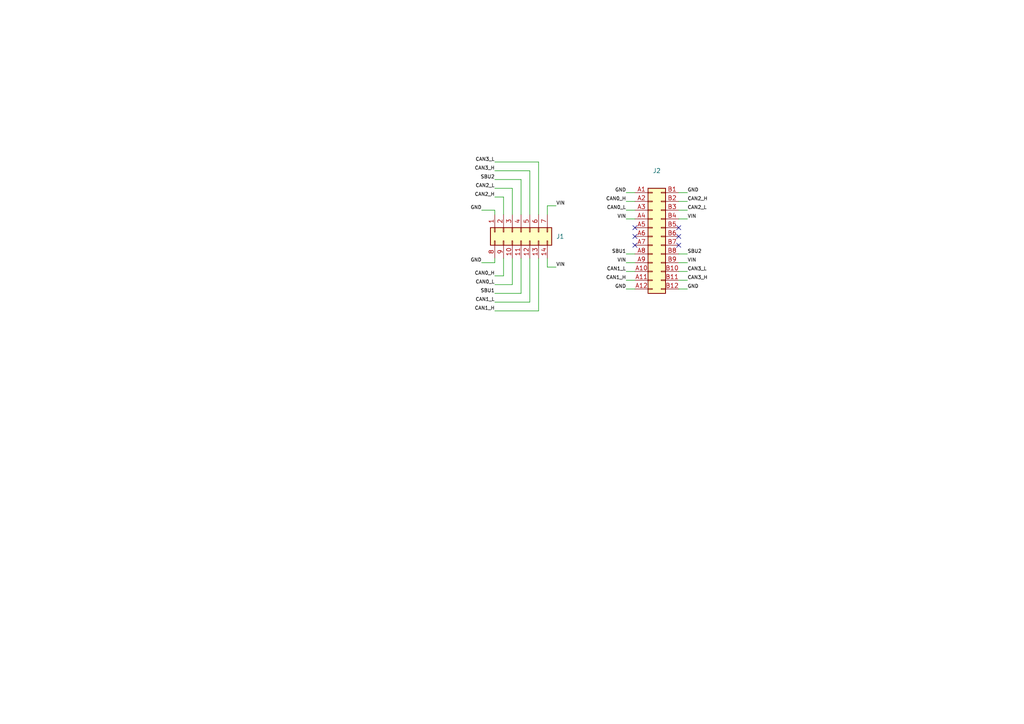
<source format=kicad_sch>
(kicad_sch (version 20230121) (generator eeschema)
  (paper "A4")
  (lib_symbols
    (symbol "Connector_Generic:Conn_02x07_Row_Letter_Last" (pin_names (offset 1.016) hide)
      (property "Reference" "J1" (at 1.27 10.16 90))
      (symbol "Conn_02x07_Row_Letter_Last_1_1"
        (rectangle (start -1.27 -7.493) (end 0 -7.747) (stroke (width 0.1524)))
        (rectangle (start -1.27 -4.953) (end 0 -5.207) (stroke (width 0.1524)))
        (rectangle (start -1.27 -2.413) (end 0 -2.667) (stroke (width 0.1524)))
        (rectangle (start -1.27 0.127) (end 0 -0.127) (stroke (width 0.1524)))
        (rectangle (start -1.27 2.667) (end 0 2.413) (stroke (width 0.1524)))
        (rectangle (start -1.27 5.207) (end 0 4.953) (stroke (width 0.1524)))
        (rectangle (start -1.27 7.747) (end 0 7.493) (stroke (width 0.1524)))
        (rectangle (start -1.27 8.89) (end 3.81 -8.89) (stroke (width 0.254)) (fill (type background)))
        (rectangle (start 3.81 -7.493) (end 2.54 -7.747) (stroke (width 0.1524)))
        (rectangle (start 3.81 -4.953) (end 2.54 -5.207) (stroke (width 0.1524)))
        (rectangle (start 3.81 -2.413) (end 2.54 -2.667) (stroke (width 0.1524)))
        (rectangle (start 3.81 0.127) (end 2.54 -0.127) (stroke (width 0.1524)))
        (rectangle (start 3.81 2.667) (end 2.54 2.413) (stroke (width 0.1524)))
        (rectangle (start 3.81 5.207) (end 2.54 4.953) (stroke (width 0.1524)))
        (rectangle (start 3.81 7.747) (end 2.54 7.493) (stroke (width 0.1524)))
        (pin passive line (at -5.08 7.62 0) (length 3.81) (name "Pin_1a") (number "1"))
        (pin passive line (at 7.62 2.54 180) (length 3.81) (name "Pin_3b") (number "10"))
        (pin passive line (at 7.62 0 180) (length 3.81) (name "Pin_4b") (number "11"))
        (pin passive line (at 7.62 -2.54 180) (length 3.81) (name "Pin_5b") (number "12"))
        (pin passive line (at 7.62 -5.08 180) (length 3.81) (name "Pin_6b") (number "13"))
        (pin passive line (at 7.62 -7.62 180) (length 3.81) (name "Pin_7b") (number "14"))
        (pin passive line (at -5.08 5.08 0) (length 3.81) (name "Pin_2a") (number "2"))
        (pin passive line (at -5.08 2.54 0) (length 3.81) (name "Pin_3a") (number "3"))
        (pin passive line (at -5.08 0 0) (length 3.81) (name "Pin_4a") (number "4"))
        (pin passive line (at -5.08 -2.54 0) (length 3.81) (name "Pin_5a") (number "5"))
        (pin passive line (at -5.08 -5.08 0) (length 3.81) (name "Pin_6a") (number "6"))
        (pin passive line (at -5.08 -7.62 0) (length 3.81) (name "Pin_7a") (number "7"))
        (pin passive line (at 7.62 7.62 180) (length 3.81) (name "Pin_1b") (number "8"))
        (pin passive line (at 7.62 5.08 180) (length 3.81) (name "Pin_2b") (number "9"))
      )
    )
    (symbol "Connector_Generic:Conn_02x12_Row_Letter_Last" (pin_names (offset 1.016) hide)
      (property "Reference" "J2" (at 1.27 19.05 0))
      (symbol "Conn_02x12_Row_Letter_Last_1_1"
        (rectangle (start -1.27 -15.113) (end 0 -15.367) (stroke (width 0.1524)))
        (rectangle (start -1.27 -12.573) (end 0 -12.827) (stroke (width 0.1524)))
        (rectangle (start -1.27 -10.033) (end 0 -10.287) (stroke (width 0.1524)))
        (rectangle (start -1.27 -7.493) (end 0 -7.747) (stroke (width 0.1524)))
        (rectangle (start -1.27 -4.953) (end 0 -5.207) (stroke (width 0.1524)))
        (rectangle (start -1.27 -2.413) (end 0 -2.667) (stroke (width 0.1524)))
        (rectangle (start -1.27 0.127) (end 0 -0.127) (stroke (width 0.1524)))
        (rectangle (start -1.27 2.667) (end 0 2.413) (stroke (width 0.1524)))
        (rectangle (start -1.27 5.207) (end 0 4.953) (stroke (width 0.1524)))
        (rectangle (start -1.27 7.747) (end 0 7.493) (stroke (width 0.1524)))
        (rectangle (start -1.27 10.287) (end 0 10.033) (stroke (width 0.1524)))
        (rectangle (start -1.27 12.827) (end 0 12.573) (stroke (width 0.1524)))
        (rectangle (start -1.27 13.97) (end 3.81 -16.51) (stroke (width 0.254)) (fill (type background)))
        (rectangle (start 3.81 -15.113) (end 2.54 -15.367) (stroke (width 0.1524)))
        (rectangle (start 3.81 -12.573) (end 2.54 -12.827) (stroke (width 0.1524)))
        (rectangle (start 3.81 -10.033) (end 2.54 -10.287) (stroke (width 0.1524)))
        (rectangle (start 3.81 -7.493) (end 2.54 -7.747) (stroke (width 0.1524)))
        (rectangle (start 3.81 -4.953) (end 2.54 -5.207) (stroke (width 0.1524)))
        (rectangle (start 3.81 -2.413) (end 2.54 -2.667) (stroke (width 0.1524)))
        (rectangle (start 3.81 0.127) (end 2.54 -0.127) (stroke (width 0.1524)))
        (rectangle (start 3.81 2.667) (end 2.54 2.413) (stroke (width 0.1524)))
        (rectangle (start 3.81 5.207) (end 2.54 4.953) (stroke (width 0.1524)))
        (rectangle (start 3.81 7.747) (end 2.54 7.493) (stroke (width 0.1524)))
        (rectangle (start 3.81 10.287) (end 2.54 10.033) (stroke (width 0.1524)))
        (rectangle (start 3.81 12.827) (end 2.54 12.573) (stroke (width 0.1524)))
        (pin passive line (at -5.08 12.7 0) (length 3.81) (name "a1") (number "A1"))
        (pin passive line (at -5.08 -10.16 0) (length 3.81) (name "a10") (number "A10"))
        (pin passive line (at -5.08 -12.7 0) (length 3.81) (name "a11") (number "A11"))
        (pin passive line (at -5.08 -15.24 0) (length 3.81) (name "a12") (number "A12"))
        (pin passive line (at -5.08 10.16 0) (length 3.81) (name "a2") (number "A2"))
        (pin passive line (at -5.08 7.62 0) (length 3.81) (name "a3") (number "A3"))
        (pin passive line (at -5.08 5.08 0) (length 3.81) (name "a4") (number "A4"))
        (pin passive line (at -5.08 2.54 0) (length 3.81) (name "a5") (number "A5"))
        (pin passive line (at -5.08 0 0) (length 3.81) (name "a6") (number "A6"))
        (pin passive line (at -5.08 -2.54 0) (length 3.81) (name "a7") (number "A7"))
        (pin passive line (at -5.08 -5.08 0) (length 3.81) (name "A8") (number "A8"))
        (pin passive line (at -5.08 -7.62 0) (length 3.81) (name "a9") (number "A9"))
        (pin passive line (at 7.62 12.7 180) (length 3.81) (name "b1") (number "B1"))
        (pin passive line (at 7.62 -10.16 180) (length 3.81) (name "b10") (number "B10"))
        (pin passive line (at 7.62 -12.7 180) (length 3.81) (name "b11") (number "B11"))
        (pin passive line (at 7.62 -15.24 180) (length 3.81) (name "b12") (number "B12"))
        (pin passive line (at 7.62 10.16 180) (length 3.81) (name "b2") (number "B2"))
        (pin passive line (at 7.62 7.62 180) (length 3.81) (name "b3") (number "B3"))
        (pin passive line (at 7.62 5.08 180) (length 3.81) (name "b4") (number "B4"))
        (pin passive line (at 7.62 2.54 180) (length 3.81) (name "b5") (number "B5"))
        (pin passive line (at 7.62 0 180) (length 3.81) (name "b6") (number "B6"))
        (pin passive line (at 7.62 -2.54 180) (length 3.81) (name "b7") (number "B7"))
        (pin passive line (at 7.62 -5.08 180) (length 3.81) (name "b8") (number "B8"))
        (pin passive line (at 7.62 -7.62 180) (length 3.81) (name "b9") (number "B9"))
      )
    )
  )
  (no_connect (at 196.85 66.04))
  (no_connect (at 196.85 71.12))
  (no_connect (at 184.15 71.12))
  (no_connect (at 196.85 68.58))
  (no_connect (at 184.15 66.04))
  (no_connect (at 184.15 68.58))
  (wire (pts (xy 146.05 74.93) (xy 146.05 80.01)))
  (wire (pts (xy 181.61 60.96) (xy 184.15 60.96)))
  (wire (pts (xy 196.85 83.82) (xy 199.39 83.82)))
  (wire (pts (xy 158.75 74.93) (xy 158.75 77.47)))
  (wire (pts (xy 146.05 80.01) (xy 143.51 80.01)))
  (wire (pts (xy 181.61 76.2) (xy 184.15 76.2)))
  (wire (pts (xy 196.85 58.42) (xy 199.39 58.42)))
  (wire (pts (xy 143.51 76.2) (xy 143.51 74.93)))
  (wire (pts (xy 181.61 58.42) (xy 184.15 58.42)))
  (wire (pts (xy 153.67 49.53) (xy 143.51 49.53)))
  (wire (pts (xy 143.51 60.96) (xy 143.51 62.23)))
  (wire (pts (xy 181.61 55.88) (xy 184.15 55.88)))
  (wire (pts (xy 196.85 63.5) (xy 199.39 63.5)))
  (wire (pts (xy 148.59 82.55) (xy 143.51 82.55)))
  (wire (pts (xy 153.67 74.93) (xy 153.67 87.63)))
  (wire (pts (xy 151.13 52.07) (xy 143.51 52.07)))
  (wire (pts (xy 158.75 62.23) (xy 158.75 59.69)))
  (wire (pts (xy 143.51 54.61) (xy 148.59 54.61)))
  (wire (pts (xy 146.05 57.15) (xy 146.05 62.23)))
  (wire (pts (xy 181.61 78.74) (xy 184.15 78.74)))
  (wire (pts (xy 181.61 81.28) (xy 184.15 81.28)))
  (wire (pts (xy 156.21 46.99) (xy 156.21 62.23)))
  (wire (pts (xy 158.75 59.69) (xy 161.29 59.69)))
  (wire (pts (xy 181.61 83.82) (xy 184.15 83.82)))
  (wire (pts (xy 143.51 57.15) (xy 146.05 57.15)))
  (wire (pts (xy 158.75 77.47) (xy 161.29 77.47)))
  (wire (pts (xy 151.13 52.07) (xy 151.13 62.23)))
  (wire (pts (xy 139.7 76.2) (xy 143.51 76.2)))
  (wire (pts (xy 148.59 54.61) (xy 148.59 62.23)))
  (wire (pts (xy 156.21 46.99) (xy 143.51 46.99)))
  (wire (pts (xy 151.13 74.93) (xy 151.13 85.09)))
  (wire (pts (xy 181.61 63.5) (xy 184.15 63.5)))
  (wire (pts (xy 196.85 81.28) (xy 199.39 81.28)))
  (wire (pts (xy 153.67 49.53) (xy 153.67 62.23)))
  (wire (pts (xy 156.21 90.17) (xy 143.51 90.17)))
  (wire (pts (xy 196.85 55.88) (xy 199.39 55.88)))
  (wire (pts (xy 156.21 74.93) (xy 156.21 90.17)))
  (wire (pts (xy 181.61 73.66) (xy 184.15 73.66)))
  (wire (pts (xy 196.85 60.96) (xy 199.39 60.96)))
  (wire (pts (xy 196.85 78.74) (xy 199.39 78.74)))
  (wire (pts (xy 139.7 60.96) (xy 143.51 60.96)))
  (wire (pts (xy 148.59 74.93) (xy 148.59 82.55)))
  (wire (pts (xy 196.85 76.2) (xy 199.39 76.2)))
  (wire (pts (xy 196.85 73.66) (xy 199.39 73.66)))
  (wire (pts (xy 153.67 87.63) (xy 143.51 87.63)))
  (wire (pts (xy 143.51 85.09) (xy 151.13 85.09)))
  (label "GND" (at 181.61 83.82 180) (effects (font (size 1 1))))
  (label "CAN1_H" (at 143.51 90.17 180) (effects (font (size 1 1))))
  (label "CAN0_H" (at 181.61 58.42 180) (effects (font (size 1 1))))
  (label "SBU2" (at 143.51 52.07 180) (effects (font (size 1 1))))
  (label "GND" (at 139.7 76.2 180) (effects (font (size 1 1))))
  (label "VIN" (at 199.39 76.2 0) (effects (font (size 1 1))))
  (label "GND" (at 181.61 55.88 180) (effects (font (size 1 1))))
  (label "CAN0_L" (at 181.61 60.96 180) (effects (font (size 1 1))))
  (label "GND" (at 199.39 83.82 0) (effects (font (size 1 1))))
  (label "CAN2_L" (at 143.51 54.61 180) (effects (font (size 1 1))))
  (label "SBU2" (at 199.39 73.66 0) (effects (font (size 1 1))))
  (label "CAN3_H" (at 199.39 81.28 0) (effects (font (size 1 1))))
  (label "CAN2_L" (at 199.39 60.96 0) (effects (font (size 1 1))))
  (label "CAN0_L" (at 143.51 82.55 180) (effects (font (size 1 1))))
  (label "CAN1_L" (at 181.61 78.74 180) (effects (font (size 1 1))))
  (label "VIN" (at 181.61 63.5 180) (effects (font (size 1 1))))
  (label "GND" (at 199.39 55.88 0) (effects (font (size 1 1))))
  (label "CAN3_L" (at 143.51 46.99 180) (effects (font (size 1 1))))
  (label "CAN0_H" (at 143.51 80.01 180) (effects (font (size 1 1))))
  (label "SBU1" (at 143.51 85.09 180) (effects (font (size 1 1))))
  (label "VIN" (at 181.61 76.2 180) (effects (font (size 1 1))))
  (label "GND" (at 139.7 60.96 180) (effects (font (size 1 1))))
  (label "CAN1_H" (at 181.61 81.28 180) (effects (font (size 1 1))))
  (label "VIN" (at 161.29 77.47 0) (effects (font (size 1 1))))
  (label "CAN1_L" (at 143.51 87.63 180) (effects (font (size 1 1))))
  (label "SBU1" (at 181.61 73.66 180) (effects (font (size 1 1))))
  (label "CAN3_L" (at 199.39 78.74 0) (effects (font (size 1 1))))
  (label "CAN2_H" (at 199.39 58.42 0) (effects (font (size 1 1))))
  (label "VIN" (at 161.29 59.69 0) (effects (font (size 1 1))))
  (label "CAN3_H" (at 143.51 49.53 180) (effects (font (size 1 1))))
  (label "CAN2_H" (at 143.51 57.15 180) (effects (font (size 1 1))))
  (label "VIN" (at 199.39 63.5 0) (effects (font (size 1 1))))
  (symbol (lib_id "Connector_Generic:Conn_02x07_Row_Letter_Last") (at 151.13 67.31 90) (mirror x) (unit 1)
    (property "Reference" "J1" (at 161.29 68.58 90) (effects (justify right)))
    (property "Value" "Conn_02x07_Row_Letter_Last" (effects hide))
    (property "Footprint" "CommaPogo_Library:2x7_Pogo_Female" (effects hide))
  )
  (symbol (lib_id "Connector_Generic:Conn_02x12_Row_Letter_Last") (at 189.23 68.58 0) (unit 1)
    (property "Reference" "J2" (at 190.5 49.53 0))
    (property "Value" "Conn_02x12_Row_Letter_Last" (effects hide))
    (property "Footprint" "CommaPogo_Library:GCT_USB4056-03-A_REVA2" (effects hide))
  )
)
</source>
